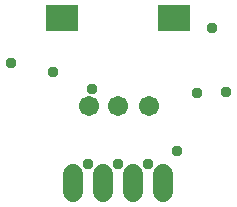
<source format=gbr>
G04 EAGLE Gerber RS-274X export*
G75*
%MOMM*%
%FSLAX34Y34*%
%LPD*%
%INSoldermask Bottom*%
%IPPOS*%
%AMOC8*
5,1,8,0,0,1.08239X$1,22.5*%
G01*
%ADD10C,1.711200*%
%ADD11R,2.703200X2.203200*%
%ADD12C,1.727200*%
%ADD13C,0.959600*%


D10*
X117875Y93275D03*
X142875Y93275D03*
X168675Y93275D03*
D11*
X95375Y168275D03*
X190375Y168275D03*
D12*
X104775Y36195D02*
X104775Y20955D01*
X130175Y20955D02*
X130175Y36195D01*
X155575Y36195D02*
X155575Y20955D01*
X180975Y20955D02*
X180975Y36195D01*
D13*
X117475Y44450D03*
X142875Y44450D03*
X168275Y44450D03*
X87313Y122238D03*
X222250Y159544D03*
X52388Y130175D03*
X120537Y108063D03*
X192881Y55563D03*
X234188Y105692D03*
X209284Y104506D03*
M02*

</source>
